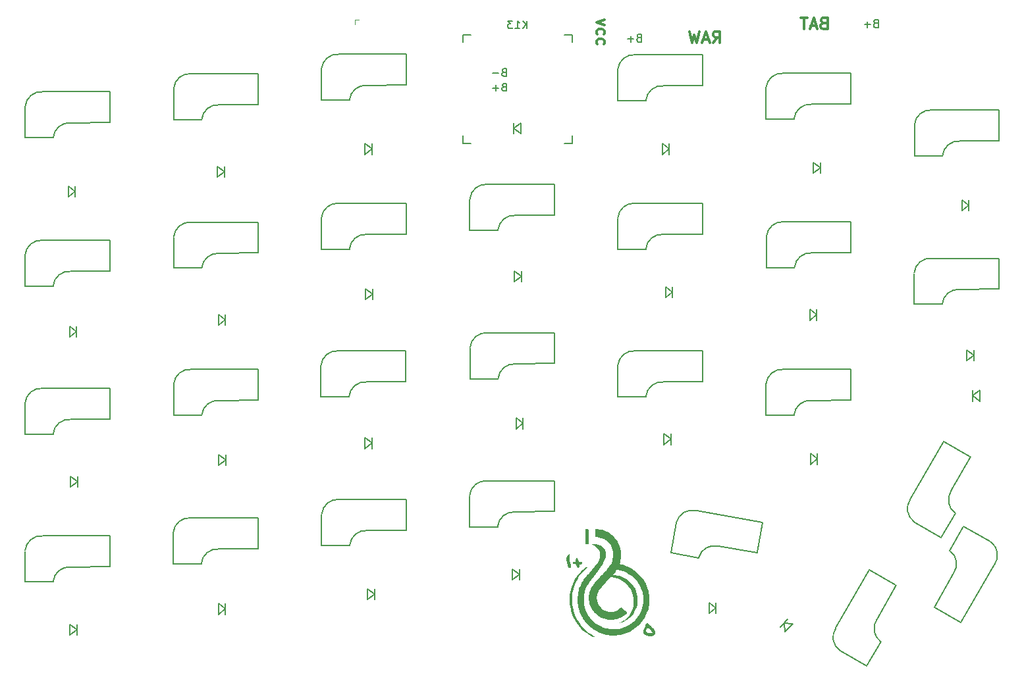
<source format=gbr>
%TF.GenerationSoftware,KiCad,Pcbnew,7.0.1*%
%TF.CreationDate,2023-04-29T17:31:46+07:00*%
%TF.ProjectId,ErgoTravel,4572676f-5472-4617-9665-6c2e6b696361,rev?*%
%TF.SameCoordinates,Original*%
%TF.FileFunction,Legend,Bot*%
%TF.FilePolarity,Positive*%
%FSLAX46Y46*%
G04 Gerber Fmt 4.6, Leading zero omitted, Abs format (unit mm)*
G04 Created by KiCad (PCBNEW 7.0.1) date 2023-04-29 17:31:46*
%MOMM*%
%LPD*%
G01*
G04 APERTURE LIST*
%ADD10C,0.300000*%
%ADD11C,0.150000*%
%ADD12C,0.120000*%
G04 APERTURE END LIST*
D10*
X152821571Y-47839285D02*
X151821571Y-48196428D01*
X151821571Y-48196428D02*
X152821571Y-48553571D01*
X151893000Y-49767857D02*
X151821571Y-49624999D01*
X151821571Y-49624999D02*
X151821571Y-49339285D01*
X151821571Y-49339285D02*
X151893000Y-49196428D01*
X151893000Y-49196428D02*
X151964428Y-49124999D01*
X151964428Y-49124999D02*
X152107285Y-49053571D01*
X152107285Y-49053571D02*
X152535857Y-49053571D01*
X152535857Y-49053571D02*
X152678714Y-49124999D01*
X152678714Y-49124999D02*
X152750142Y-49196428D01*
X152750142Y-49196428D02*
X152821571Y-49339285D01*
X152821571Y-49339285D02*
X152821571Y-49624999D01*
X152821571Y-49624999D02*
X152750142Y-49767857D01*
X151893000Y-51053571D02*
X151821571Y-50910713D01*
X151821571Y-50910713D02*
X151821571Y-50624999D01*
X151821571Y-50624999D02*
X151893000Y-50482142D01*
X151893000Y-50482142D02*
X151964428Y-50410713D01*
X151964428Y-50410713D02*
X152107285Y-50339285D01*
X152107285Y-50339285D02*
X152535857Y-50339285D01*
X152535857Y-50339285D02*
X152678714Y-50410713D01*
X152678714Y-50410713D02*
X152750142Y-50482142D01*
X152750142Y-50482142D02*
X152821571Y-50624999D01*
X152821571Y-50624999D02*
X152821571Y-50910713D01*
X152821571Y-50910713D02*
X152750142Y-51053571D01*
X181006857Y-48306714D02*
X180792571Y-48378142D01*
X180792571Y-48378142D02*
X180721142Y-48449571D01*
X180721142Y-48449571D02*
X180649714Y-48592428D01*
X180649714Y-48592428D02*
X180649714Y-48806714D01*
X180649714Y-48806714D02*
X180721142Y-48949571D01*
X180721142Y-48949571D02*
X180792571Y-49021000D01*
X180792571Y-49021000D02*
X180935428Y-49092428D01*
X180935428Y-49092428D02*
X181506857Y-49092428D01*
X181506857Y-49092428D02*
X181506857Y-47592428D01*
X181506857Y-47592428D02*
X181006857Y-47592428D01*
X181006857Y-47592428D02*
X180864000Y-47663857D01*
X180864000Y-47663857D02*
X180792571Y-47735285D01*
X180792571Y-47735285D02*
X180721142Y-47878142D01*
X180721142Y-47878142D02*
X180721142Y-48021000D01*
X180721142Y-48021000D02*
X180792571Y-48163857D01*
X180792571Y-48163857D02*
X180864000Y-48235285D01*
X180864000Y-48235285D02*
X181006857Y-48306714D01*
X181006857Y-48306714D02*
X181506857Y-48306714D01*
X180078285Y-48663857D02*
X179364000Y-48663857D01*
X180221142Y-49092428D02*
X179721142Y-47592428D01*
X179721142Y-47592428D02*
X179221142Y-49092428D01*
X178935428Y-47592428D02*
X178078286Y-47592428D01*
X178506857Y-49092428D02*
X178506857Y-47592428D01*
X166806714Y-50870428D02*
X167306714Y-50156142D01*
X167663857Y-50870428D02*
X167663857Y-49370428D01*
X167663857Y-49370428D02*
X167092428Y-49370428D01*
X167092428Y-49370428D02*
X166949571Y-49441857D01*
X166949571Y-49441857D02*
X166878142Y-49513285D01*
X166878142Y-49513285D02*
X166806714Y-49656142D01*
X166806714Y-49656142D02*
X166806714Y-49870428D01*
X166806714Y-49870428D02*
X166878142Y-50013285D01*
X166878142Y-50013285D02*
X166949571Y-50084714D01*
X166949571Y-50084714D02*
X167092428Y-50156142D01*
X167092428Y-50156142D02*
X167663857Y-50156142D01*
X166235285Y-50441857D02*
X165521000Y-50441857D01*
X166378142Y-50870428D02*
X165878142Y-49370428D01*
X165878142Y-49370428D02*
X165378142Y-50870428D01*
X165021000Y-49370428D02*
X164663857Y-50870428D01*
X164663857Y-50870428D02*
X164378143Y-49799000D01*
X164378143Y-49799000D02*
X164092428Y-50870428D01*
X164092428Y-50870428D02*
X163735286Y-49370428D01*
D11*
%TO.C,K13*%
X142874457Y-49006871D02*
X142874457Y-48006871D01*
X142303029Y-49006871D02*
X142731600Y-48435442D01*
X142303029Y-48006871D02*
X142874457Y-48578299D01*
X141350648Y-49006871D02*
X141922076Y-49006871D01*
X141636362Y-49006871D02*
X141636362Y-48006871D01*
X141636362Y-48006871D02*
X141731600Y-48149728D01*
X141731600Y-48149728D02*
X141826838Y-48244966D01*
X141826838Y-48244966D02*
X141922076Y-48292585D01*
X141017314Y-48006871D02*
X140398267Y-48006871D01*
X140398267Y-48006871D02*
X140731600Y-48387823D01*
X140731600Y-48387823D02*
X140588743Y-48387823D01*
X140588743Y-48387823D02*
X140493505Y-48435442D01*
X140493505Y-48435442D02*
X140445886Y-48483061D01*
X140445886Y-48483061D02*
X140398267Y-48578299D01*
X140398267Y-48578299D02*
X140398267Y-48816394D01*
X140398267Y-48816394D02*
X140445886Y-48911632D01*
X140445886Y-48911632D02*
X140493505Y-48959252D01*
X140493505Y-48959252D02*
X140588743Y-49006871D01*
X140588743Y-49006871D02*
X140874457Y-49006871D01*
X140874457Y-49006871D02*
X140969695Y-48959252D01*
X140969695Y-48959252D02*
X141017314Y-48911632D01*
%TO.C,BATTCONN2*%
X187687618Y-48341809D02*
X187544761Y-48389428D01*
X187544761Y-48389428D02*
X187497142Y-48437047D01*
X187497142Y-48437047D02*
X187449523Y-48532285D01*
X187449523Y-48532285D02*
X187449523Y-48675142D01*
X187449523Y-48675142D02*
X187497142Y-48770380D01*
X187497142Y-48770380D02*
X187544761Y-48818000D01*
X187544761Y-48818000D02*
X187639999Y-48865619D01*
X187639999Y-48865619D02*
X188020951Y-48865619D01*
X188020951Y-48865619D02*
X188020951Y-47865619D01*
X188020951Y-47865619D02*
X187687618Y-47865619D01*
X187687618Y-47865619D02*
X187592380Y-47913238D01*
X187592380Y-47913238D02*
X187544761Y-47960857D01*
X187544761Y-47960857D02*
X187497142Y-48056095D01*
X187497142Y-48056095D02*
X187497142Y-48151333D01*
X187497142Y-48151333D02*
X187544761Y-48246571D01*
X187544761Y-48246571D02*
X187592380Y-48294190D01*
X187592380Y-48294190D02*
X187687618Y-48341809D01*
X187687618Y-48341809D02*
X188020951Y-48341809D01*
X187020951Y-48484666D02*
X186259047Y-48484666D01*
X186639999Y-48865619D02*
X186639999Y-48103714D01*
%TO.C,U2*%
X139907790Y-54634809D02*
X139764933Y-54682428D01*
X139764933Y-54682428D02*
X139717314Y-54730047D01*
X139717314Y-54730047D02*
X139669695Y-54825285D01*
X139669695Y-54825285D02*
X139669695Y-54968142D01*
X139669695Y-54968142D02*
X139717314Y-55063380D01*
X139717314Y-55063380D02*
X139764933Y-55111000D01*
X139764933Y-55111000D02*
X139860171Y-55158619D01*
X139860171Y-55158619D02*
X140241123Y-55158619D01*
X140241123Y-55158619D02*
X140241123Y-54158619D01*
X140241123Y-54158619D02*
X139907790Y-54158619D01*
X139907790Y-54158619D02*
X139812552Y-54206238D01*
X139812552Y-54206238D02*
X139764933Y-54253857D01*
X139764933Y-54253857D02*
X139717314Y-54349095D01*
X139717314Y-54349095D02*
X139717314Y-54444333D01*
X139717314Y-54444333D02*
X139764933Y-54539571D01*
X139764933Y-54539571D02*
X139812552Y-54587190D01*
X139812552Y-54587190D02*
X139907790Y-54634809D01*
X139907790Y-54634809D02*
X140241123Y-54634809D01*
X139241123Y-54777666D02*
X138479219Y-54777666D01*
X139907790Y-56534809D02*
X139764933Y-56582428D01*
X139764933Y-56582428D02*
X139717314Y-56630047D01*
X139717314Y-56630047D02*
X139669695Y-56725285D01*
X139669695Y-56725285D02*
X139669695Y-56868142D01*
X139669695Y-56868142D02*
X139717314Y-56963380D01*
X139717314Y-56963380D02*
X139764933Y-57011000D01*
X139764933Y-57011000D02*
X139860171Y-57058619D01*
X139860171Y-57058619D02*
X140241123Y-57058619D01*
X140241123Y-57058619D02*
X140241123Y-56058619D01*
X140241123Y-56058619D02*
X139907790Y-56058619D01*
X139907790Y-56058619D02*
X139812552Y-56106238D01*
X139812552Y-56106238D02*
X139764933Y-56153857D01*
X139764933Y-56153857D02*
X139717314Y-56249095D01*
X139717314Y-56249095D02*
X139717314Y-56344333D01*
X139717314Y-56344333D02*
X139764933Y-56439571D01*
X139764933Y-56439571D02*
X139812552Y-56487190D01*
X139812552Y-56487190D02*
X139907790Y-56534809D01*
X139907790Y-56534809D02*
X140241123Y-56534809D01*
X139241123Y-56677666D02*
X138479219Y-56677666D01*
X138860171Y-57058619D02*
X138860171Y-56296714D01*
%TO.C,BATTCONN1*%
X157233618Y-50198809D02*
X157090761Y-50246428D01*
X157090761Y-50246428D02*
X157043142Y-50294047D01*
X157043142Y-50294047D02*
X156995523Y-50389285D01*
X156995523Y-50389285D02*
X156995523Y-50532142D01*
X156995523Y-50532142D02*
X157043142Y-50627380D01*
X157043142Y-50627380D02*
X157090761Y-50675000D01*
X157090761Y-50675000D02*
X157185999Y-50722619D01*
X157185999Y-50722619D02*
X157566951Y-50722619D01*
X157566951Y-50722619D02*
X157566951Y-49722619D01*
X157566951Y-49722619D02*
X157233618Y-49722619D01*
X157233618Y-49722619D02*
X157138380Y-49770238D01*
X157138380Y-49770238D02*
X157090761Y-49817857D01*
X157090761Y-49817857D02*
X157043142Y-49913095D01*
X157043142Y-49913095D02*
X157043142Y-50008333D01*
X157043142Y-50008333D02*
X157090761Y-50103571D01*
X157090761Y-50103571D02*
X157138380Y-50151190D01*
X157138380Y-50151190D02*
X157233618Y-50198809D01*
X157233618Y-50198809D02*
X157566951Y-50198809D01*
X156566951Y-50341666D02*
X155805047Y-50341666D01*
X156185999Y-50722619D02*
X156185999Y-49960714D01*
%TO.C,G\u002A\u002A\u002A*%
G36*
X151865152Y-113432498D02*
G01*
X151944693Y-113433967D01*
X152257994Y-113465028D01*
X152574808Y-113535047D01*
X152890377Y-113642197D01*
X153199941Y-113784651D01*
X153498742Y-113960583D01*
X153782021Y-114168166D01*
X153911610Y-114280402D01*
X154126602Y-114496879D01*
X154326614Y-114735759D01*
X154502924Y-114986257D01*
X154646811Y-115237586D01*
X154697514Y-115344500D01*
X154813152Y-115648381D01*
X154899055Y-115972819D01*
X154953712Y-116309454D01*
X154975608Y-116649925D01*
X154963231Y-116985870D01*
X154961013Y-117009413D01*
X154940081Y-117184036D01*
X154911708Y-117362993D01*
X154878144Y-117534626D01*
X154841637Y-117687274D01*
X154804435Y-117809278D01*
X154789843Y-117854243D01*
X154784718Y-117892683D01*
X154797746Y-117908041D01*
X154814195Y-117912315D01*
X154866764Y-117924771D01*
X154943821Y-117942406D01*
X155035250Y-117962885D01*
X155177219Y-117997123D01*
X155569463Y-118120644D01*
X155953218Y-118283916D01*
X156325498Y-118485209D01*
X156683316Y-118722795D01*
X157023687Y-118994944D01*
X157343623Y-119299925D01*
X157439968Y-119402643D01*
X157708455Y-119722561D01*
X157938787Y-120054064D01*
X158133899Y-120402202D01*
X158296727Y-120772025D01*
X158430209Y-121168584D01*
X158475934Y-121341864D01*
X158530210Y-121601246D01*
X158572760Y-121872953D01*
X158602540Y-122146762D01*
X158618504Y-122412449D01*
X158619610Y-122659791D01*
X158604814Y-122878562D01*
X158581787Y-123073941D01*
X158560887Y-123236762D01*
X158540791Y-123372993D01*
X158519967Y-123490451D01*
X158496879Y-123596953D01*
X158469994Y-123700315D01*
X158437778Y-123808355D01*
X158398697Y-123928890D01*
X158365294Y-124025487D01*
X158202096Y-124419529D01*
X158000373Y-124801890D01*
X157762880Y-125167757D01*
X157492374Y-125512316D01*
X157474681Y-125532761D01*
X157170308Y-125853450D01*
X156847114Y-126136919D01*
X156504126Y-126383671D01*
X156140371Y-126594211D01*
X155754877Y-126769042D01*
X155346670Y-126908670D01*
X154914778Y-127013596D01*
X154458228Y-127084327D01*
X154387191Y-127089746D01*
X154281903Y-127093907D01*
X154154088Y-127096419D01*
X154013798Y-127097087D01*
X153871084Y-127095717D01*
X153594126Y-127085002D01*
X153327914Y-127060073D01*
X153076081Y-127018977D01*
X152825123Y-126959484D01*
X152561535Y-126879362D01*
X152235143Y-126755388D01*
X151863178Y-126576071D01*
X151503275Y-126362306D01*
X151160186Y-126117826D01*
X150838667Y-125846367D01*
X150543470Y-125551661D01*
X150279349Y-125237444D01*
X150051058Y-124907448D01*
X150011794Y-124842662D01*
X149859044Y-124560342D01*
X149723188Y-124260184D01*
X149608403Y-123953088D01*
X149518864Y-123649950D01*
X149458748Y-123361669D01*
X149446652Y-123285056D01*
X149430660Y-123183090D01*
X149415236Y-123084167D01*
X149410429Y-123041710D01*
X149404912Y-122950658D01*
X149401197Y-122832024D01*
X149399193Y-122692799D01*
X149398808Y-122539973D01*
X149399950Y-122380537D01*
X149402526Y-122221481D01*
X149406446Y-122069797D01*
X149411618Y-121932475D01*
X149417950Y-121816504D01*
X149425349Y-121728877D01*
X149433724Y-121676584D01*
X149438421Y-121658833D01*
X149455943Y-121587874D01*
X149477407Y-121496363D01*
X149499202Y-121399577D01*
X149505827Y-121370371D01*
X149568167Y-121144695D01*
X149652338Y-120901483D01*
X149753205Y-120652674D01*
X149865633Y-120410206D01*
X149984485Y-120186019D01*
X150104627Y-119992051D01*
X150131756Y-119952771D01*
X150249317Y-119791628D01*
X150383581Y-119619043D01*
X150523473Y-119448962D01*
X150657917Y-119295334D01*
X150699515Y-119248738D01*
X150770240Y-119167790D01*
X150859452Y-119064465D01*
X150963314Y-118943308D01*
X151077988Y-118808859D01*
X151199637Y-118665661D01*
X151324422Y-118518256D01*
X151448508Y-118371186D01*
X151568055Y-118228994D01*
X151679226Y-118096221D01*
X151778184Y-117977409D01*
X151861091Y-117877102D01*
X151924110Y-117799840D01*
X151963402Y-117750167D01*
X151971261Y-117739737D01*
X152085390Y-117562916D01*
X152178932Y-117370037D01*
X152243283Y-117178667D01*
X152246095Y-117166869D01*
X152261554Y-117060825D01*
X152268594Y-116927972D01*
X152267591Y-116781132D01*
X152258920Y-116633128D01*
X152242956Y-116496782D01*
X152220073Y-116384917D01*
X152166000Y-116224615D01*
X152059201Y-116014331D01*
X151919965Y-115830286D01*
X151750106Y-115674370D01*
X151551443Y-115548474D01*
X151325792Y-115454489D01*
X151293651Y-115443130D01*
X151235076Y-115413535D01*
X151214667Y-115385455D01*
X151214776Y-115383045D01*
X151220887Y-115371669D01*
X151240508Y-115364021D01*
X151279395Y-115359749D01*
X151343304Y-115358498D01*
X151437990Y-115359914D01*
X151569209Y-115363643D01*
X151703672Y-115369564D01*
X151875711Y-115384713D01*
X152021604Y-115409453D01*
X152150811Y-115446074D01*
X152272791Y-115496868D01*
X152397006Y-115564126D01*
X152505924Y-115637869D01*
X152666021Y-115783247D01*
X152803017Y-115954844D01*
X152910504Y-116144132D01*
X152982073Y-116342584D01*
X152983169Y-116346932D01*
X153001946Y-116456359D01*
X153012777Y-116591476D01*
X153015371Y-116737063D01*
X153009434Y-116877903D01*
X152994675Y-116998778D01*
X152991903Y-117013430D01*
X152946572Y-117185712D01*
X152876229Y-117376812D01*
X152785434Y-117576612D01*
X152678745Y-117774992D01*
X152560722Y-117961834D01*
X152503613Y-118046132D01*
X152424524Y-118165375D01*
X152343002Y-118290438D01*
X152269780Y-118404975D01*
X152267327Y-118408860D01*
X152201679Y-118510423D01*
X152135239Y-118609258D01*
X152075633Y-118694235D01*
X152030487Y-118754225D01*
X151992210Y-118802154D01*
X151907263Y-118910854D01*
X151807717Y-119040421D01*
X151700109Y-119182177D01*
X151590981Y-119327440D01*
X151486871Y-119467531D01*
X151394320Y-119593769D01*
X151319866Y-119697474D01*
X151261620Y-119778646D01*
X151178271Y-119891618D01*
X151095978Y-120000172D01*
X151026180Y-120089057D01*
X150998105Y-120124181D01*
X150768129Y-120444897D01*
X150576109Y-120778720D01*
X150420241Y-121129650D01*
X150298721Y-121501688D01*
X150209744Y-121898834D01*
X150199362Y-121971420D01*
X150187556Y-122113918D01*
X150181251Y-122281315D01*
X150180301Y-122463175D01*
X150184558Y-122649060D01*
X150193874Y-122828534D01*
X150208102Y-122991160D01*
X150227095Y-123126500D01*
X150297918Y-123451201D01*
X150416612Y-123833020D01*
X150569807Y-124190860D01*
X150758260Y-124526037D01*
X150982730Y-124839865D01*
X151243974Y-125133659D01*
X151542750Y-125408734D01*
X151762229Y-125580012D01*
X152067952Y-125782381D01*
X152385865Y-125954741D01*
X152708834Y-126093321D01*
X153029723Y-126194351D01*
X153040356Y-126197041D01*
X153220761Y-126236863D01*
X153418315Y-126271267D01*
X153618677Y-126298300D01*
X153807507Y-126316010D01*
X153970465Y-126322443D01*
X153975105Y-126322442D01*
X154204398Y-126312696D01*
X154456839Y-126285409D01*
X154718491Y-126242839D01*
X154975415Y-126187248D01*
X155213674Y-126120894D01*
X155247633Y-126109946D01*
X155597622Y-125973112D01*
X155932928Y-125798285D01*
X156250797Y-125587931D01*
X156548474Y-125344517D01*
X156823206Y-125070509D01*
X157072237Y-124768373D01*
X157292813Y-124440576D01*
X157482181Y-124089584D01*
X157561773Y-123912216D01*
X157679452Y-123589313D01*
X157762836Y-123261313D01*
X157813019Y-122922002D01*
X157831099Y-122565164D01*
X157818171Y-122184584D01*
X157811221Y-122093198D01*
X157801421Y-121981660D01*
X157791791Y-121889327D01*
X157783154Y-121823879D01*
X157776328Y-121793000D01*
X157771706Y-121781756D01*
X157757908Y-121731239D01*
X157745509Y-121666000D01*
X157715982Y-121524819D01*
X157665007Y-121350045D01*
X157597667Y-121159140D01*
X157517881Y-120961767D01*
X157429567Y-120767584D01*
X157336646Y-120586254D01*
X157243036Y-120427437D01*
X157186708Y-120343765D01*
X157045196Y-120157037D01*
X156880888Y-119965072D01*
X156703423Y-119778267D01*
X156522442Y-119607018D01*
X156347584Y-119461722D01*
X156337647Y-119454148D01*
X155995415Y-119218466D01*
X155642679Y-119023612D01*
X155279690Y-118869691D01*
X154906697Y-118756810D01*
X154523951Y-118685075D01*
X154393651Y-118667885D01*
X154267181Y-118838734D01*
X154241023Y-118873451D01*
X154160212Y-118976023D01*
X154071232Y-119083949D01*
X153989056Y-119178917D01*
X153837401Y-119348250D01*
X154118826Y-119360226D01*
X154296076Y-119370405D01*
X154455995Y-119386950D01*
X154604557Y-119412155D01*
X154757561Y-119448728D01*
X154930807Y-119499377D01*
X154996600Y-119520729D01*
X155312214Y-119649013D01*
X155614831Y-119814291D01*
X155899973Y-120012766D01*
X156163160Y-120240645D01*
X156399913Y-120494131D01*
X156605753Y-120769432D01*
X156776200Y-121062750D01*
X156791142Y-121092923D01*
X156925802Y-121415035D01*
X157024262Y-121752369D01*
X157086111Y-122099511D01*
X157110938Y-122451053D01*
X157098336Y-122801581D01*
X157047892Y-123145684D01*
X156959197Y-123477953D01*
X156919852Y-123584502D01*
X156841659Y-123761579D01*
X156746600Y-123947653D01*
X156641653Y-124129348D01*
X156533797Y-124293288D01*
X156522263Y-124309358D01*
X156389498Y-124476906D01*
X156233603Y-124648024D01*
X156065120Y-124812367D01*
X155894593Y-124959592D01*
X155732568Y-125079353D01*
X155662551Y-125124410D01*
X155535787Y-125199903D01*
X155406753Y-125270269D01*
X155284720Y-125330771D01*
X155178962Y-125376671D01*
X155098750Y-125403230D01*
X155048222Y-125418922D01*
X155011033Y-125437317D01*
X154996037Y-125444645D01*
X154945592Y-125458205D01*
X154878742Y-125469097D01*
X154838390Y-125474999D01*
X154789676Y-125486370D01*
X154770667Y-125497346D01*
X154763630Y-125505573D01*
X154727862Y-125518203D01*
X154676541Y-125527276D01*
X154626392Y-125530222D01*
X154594141Y-125524471D01*
X154588359Y-125513337D01*
X154609482Y-125497258D01*
X154654368Y-125483911D01*
X154712459Y-125477488D01*
X154752374Y-125470672D01*
X154770667Y-125454834D01*
X154773100Y-125446277D01*
X154799002Y-125433667D01*
X154814311Y-125430885D01*
X154867672Y-125411022D01*
X154945711Y-125375416D01*
X155040751Y-125328067D01*
X155145117Y-125272971D01*
X155251135Y-125214125D01*
X155351126Y-125155528D01*
X155437417Y-125101178D01*
X155447570Y-125094402D01*
X155586877Y-124989555D01*
X155724025Y-124862609D01*
X155864782Y-124707754D01*
X156014913Y-124519178D01*
X156157586Y-124311320D01*
X156318442Y-124013239D01*
X156442609Y-123697122D01*
X156529609Y-123365536D01*
X156578963Y-123021047D01*
X156590194Y-122666220D01*
X156562822Y-122303622D01*
X156496371Y-121935819D01*
X156406664Y-121635541D01*
X156275069Y-121332048D01*
X156107269Y-121040754D01*
X155906232Y-120765292D01*
X155674924Y-120509295D01*
X155416314Y-120276396D01*
X155133368Y-120070228D01*
X154829055Y-119894426D01*
X154770261Y-119865440D01*
X154449772Y-119735050D01*
X154109439Y-119640704D01*
X153752813Y-119583429D01*
X153634543Y-119570938D01*
X152969647Y-120304670D01*
X152856397Y-120429874D01*
X152722346Y-120578675D01*
X152596855Y-120718615D01*
X152483247Y-120845953D01*
X152384847Y-120956950D01*
X152304979Y-121047868D01*
X152246968Y-121114967D01*
X152214138Y-121154507D01*
X152197634Y-121176328D01*
X152114716Y-121303980D01*
X152034190Y-121454482D01*
X151963882Y-121612137D01*
X151911616Y-121761250D01*
X151897399Y-121818441D01*
X151875328Y-121951561D01*
X151860381Y-122104920D01*
X151853374Y-122264317D01*
X151855128Y-122415550D01*
X151866461Y-122544417D01*
X151885378Y-122647794D01*
X151957595Y-122885105D01*
X152067210Y-123117122D01*
X152210906Y-123337482D01*
X152385366Y-123539823D01*
X152481447Y-123631118D01*
X152696666Y-123795993D01*
X152928092Y-123921941D01*
X153176928Y-124009552D01*
X153444376Y-124059416D01*
X153631944Y-124071981D01*
X153903875Y-124057456D01*
X154162525Y-124002750D01*
X154407661Y-123907939D01*
X154639050Y-123773100D01*
X154856463Y-123598308D01*
X154869343Y-123586495D01*
X154927929Y-123535599D01*
X154974181Y-123499837D01*
X154999028Y-123486334D01*
X155005444Y-123489145D01*
X155039656Y-123514125D01*
X155096832Y-123560923D01*
X155171488Y-123624616D01*
X155258139Y-123700279D01*
X155351303Y-123782989D01*
X155445493Y-123867822D01*
X155535227Y-123949855D01*
X155615021Y-124024164D01*
X155679390Y-124085825D01*
X155722849Y-124129915D01*
X155739916Y-124151509D01*
X155739747Y-124156118D01*
X155720132Y-124188892D01*
X155674845Y-124240725D01*
X155609945Y-124305939D01*
X155531488Y-124378854D01*
X155445533Y-124453791D01*
X155358136Y-124525073D01*
X155275357Y-124587019D01*
X155073450Y-124715503D01*
X154787307Y-124858566D01*
X154485005Y-124969896D01*
X154177173Y-125045058D01*
X154041638Y-125064135D01*
X153849841Y-125078378D01*
X153644351Y-125082374D01*
X153438893Y-125076259D01*
X153247192Y-125060169D01*
X153082971Y-125034239D01*
X152756857Y-124945953D01*
X152443170Y-124819270D01*
X152149227Y-124655378D01*
X151874043Y-124453727D01*
X151616631Y-124213765D01*
X151505983Y-124093837D01*
X151364628Y-123920576D01*
X151243309Y-123742178D01*
X151131429Y-123544015D01*
X151070582Y-123421835D01*
X150976421Y-123200361D01*
X150907962Y-122983153D01*
X150862682Y-122759306D01*
X150838058Y-122517918D01*
X150831566Y-122248084D01*
X150833585Y-122095887D01*
X150839151Y-121951314D01*
X150849433Y-121828139D01*
X150865732Y-121715213D01*
X150889346Y-121601384D01*
X150921574Y-121475500D01*
X150942821Y-121403475D01*
X151020997Y-121191369D01*
X151121400Y-120973569D01*
X151236378Y-120765707D01*
X151358279Y-120583416D01*
X151370181Y-120568182D01*
X151416895Y-120512315D01*
X151487568Y-120430774D01*
X151578808Y-120327291D01*
X151687226Y-120205600D01*
X151809431Y-120069433D01*
X151942033Y-119922525D01*
X152081642Y-119768607D01*
X152224866Y-119611413D01*
X152368317Y-119454676D01*
X152508602Y-119302129D01*
X152642332Y-119157505D01*
X152766116Y-119024537D01*
X152876565Y-118906957D01*
X152970287Y-118808500D01*
X152977998Y-118800400D01*
X153056511Y-118711566D01*
X153136772Y-118611572D01*
X153202540Y-118520552D01*
X153282456Y-118404359D01*
X153396085Y-118254318D01*
X153525823Y-118101102D01*
X153620223Y-117978458D01*
X153730355Y-117784976D01*
X153820170Y-117564734D01*
X153888573Y-117324248D01*
X153934469Y-117070036D01*
X153956763Y-116808613D01*
X153954360Y-116546497D01*
X153926166Y-116290204D01*
X153871084Y-116046250D01*
X153868643Y-116037958D01*
X153771843Y-115773849D01*
X153642827Y-115529977D01*
X153478292Y-115301000D01*
X153274936Y-115081572D01*
X153225039Y-115034580D01*
X152980066Y-114837112D01*
X152717709Y-114678213D01*
X152437643Y-114557736D01*
X152139538Y-114475536D01*
X151823068Y-114431465D01*
X151627417Y-114416417D01*
X151621735Y-113924292D01*
X151616054Y-113432167D01*
X151865152Y-113432498D01*
G37*
G36*
X159351848Y-126750235D02*
G01*
X159350893Y-126819198D01*
X159342930Y-126878558D01*
X159323928Y-126926857D01*
X159289750Y-126980138D01*
X159283153Y-126989396D01*
X159216485Y-127069932D01*
X159146554Y-127123871D01*
X159060392Y-127158821D01*
X158945032Y-127182389D01*
X158866687Y-127194253D01*
X158795349Y-127203743D01*
X158741502Y-127207110D01*
X158691547Y-127204253D01*
X158631885Y-127195074D01*
X158548917Y-127179470D01*
X158547475Y-127179195D01*
X158388189Y-127141058D01*
X158232214Y-127089643D01*
X158089275Y-127029068D01*
X157969098Y-126963448D01*
X157881408Y-126896902D01*
X157836258Y-126841279D01*
X157806607Y-126762509D01*
X157798192Y-126657433D01*
X157798326Y-126647493D01*
X157804821Y-126570858D01*
X157817413Y-126513283D01*
X158140884Y-126513283D01*
X158145285Y-126570231D01*
X158178839Y-126616912D01*
X158243482Y-126660911D01*
X158341151Y-126709812D01*
X158376705Y-126726207D01*
X158456182Y-126758809D01*
X158528629Y-126779426D01*
X158610500Y-126792018D01*
X158718250Y-126800543D01*
X158797687Y-126804237D01*
X158902692Y-126801521D01*
X158969384Y-126784586D01*
X158999673Y-126750235D01*
X158995468Y-126695267D01*
X158958678Y-126616485D01*
X158891211Y-126510689D01*
X158825053Y-126424489D01*
X158745944Y-126338471D01*
X158662319Y-126260464D01*
X158581673Y-126196919D01*
X158511503Y-126154286D01*
X158459307Y-126139017D01*
X158413475Y-126135894D01*
X158367361Y-126124550D01*
X158366045Y-126123992D01*
X158345393Y-126126432D01*
X158319327Y-126152220D01*
X158283876Y-126206450D01*
X158235069Y-126294212D01*
X158211800Y-126338244D01*
X158163701Y-126438482D01*
X158140884Y-126513283D01*
X157817413Y-126513283D01*
X157822782Y-126488734D01*
X157854750Y-126393395D01*
X157903264Y-126277114D01*
X157970864Y-126132167D01*
X158015723Y-126038428D01*
X158052278Y-125959263D01*
X158073991Y-125906569D01*
X158083028Y-125874201D01*
X158081557Y-125856008D01*
X158071743Y-125845846D01*
X158051249Y-125819397D01*
X158055060Y-125768109D01*
X158090336Y-125701436D01*
X158155234Y-125624274D01*
X158229597Y-125557569D01*
X158295105Y-125522779D01*
X158350753Y-125524175D01*
X158400750Y-125560667D01*
X158432793Y-125588525D01*
X158466539Y-125603000D01*
X158466969Y-125603012D01*
X158496048Y-125617266D01*
X158544782Y-125653311D01*
X158602860Y-125703542D01*
X158662026Y-125756168D01*
X158716396Y-125800851D01*
X158752168Y-125826075D01*
X158761614Y-125831831D01*
X158811116Y-125870632D01*
X158877822Y-125931073D01*
X158953529Y-126004970D01*
X159030034Y-126084139D01*
X159099134Y-126160398D01*
X159152625Y-126225563D01*
X159195226Y-126284790D01*
X159283230Y-126437715D01*
X159334613Y-126586766D01*
X159352007Y-126738716D01*
X159351848Y-126750235D01*
G37*
G36*
X150350865Y-118607493D02*
G01*
X150350575Y-118607772D01*
X150119218Y-118839672D01*
X149918072Y-119062431D01*
X149739235Y-119285314D01*
X149574809Y-119517584D01*
X149335810Y-119912498D01*
X149125769Y-120338702D01*
X148952761Y-120782549D01*
X148818227Y-121240329D01*
X148723608Y-121708334D01*
X148716231Y-121760991D01*
X148701228Y-121916328D01*
X148690792Y-122099754D01*
X148684922Y-122301308D01*
X148683613Y-122511028D01*
X148686865Y-122718952D01*
X148694675Y-122915119D01*
X148707041Y-123089566D01*
X148723959Y-123232334D01*
X148745997Y-123365861D01*
X148840296Y-123811036D01*
X148963607Y-124230409D01*
X149118076Y-124629734D01*
X149305850Y-125014771D01*
X149529076Y-125391274D01*
X149664717Y-125589420D01*
X149915204Y-125907749D01*
X150194317Y-126211588D01*
X150495976Y-126495375D01*
X150814096Y-126753549D01*
X151142597Y-126980550D01*
X151475396Y-127170817D01*
X151524876Y-127196639D01*
X151593946Y-127234893D01*
X151641405Y-127264109D01*
X151659071Y-127279448D01*
X151643168Y-127287409D01*
X151595395Y-127295771D01*
X151526875Y-127301828D01*
X151464018Y-127305868D01*
X151412620Y-127310207D01*
X151391877Y-127313422D01*
X151370428Y-127309736D01*
X151318386Y-127287664D01*
X151241768Y-127250125D01*
X151146573Y-127200062D01*
X151038804Y-127140414D01*
X150930884Y-127077673D01*
X150535074Y-126817499D01*
X150168163Y-126527191D01*
X149831283Y-126208391D01*
X149525562Y-125862742D01*
X149252132Y-125491886D01*
X149012121Y-125097466D01*
X148806659Y-124681125D01*
X148636877Y-124244505D01*
X148503904Y-123789249D01*
X148408871Y-123317000D01*
X148392322Y-123186128D01*
X148377869Y-123010483D01*
X148367746Y-122813478D01*
X148362112Y-122605672D01*
X148361121Y-122397628D01*
X148364931Y-122199905D01*
X148373696Y-122023064D01*
X148387575Y-121877667D01*
X148424586Y-121635956D01*
X148526182Y-121174284D01*
X148665855Y-120726104D01*
X148842354Y-120294300D01*
X149054427Y-119881757D01*
X149300824Y-119491362D01*
X149580295Y-119126000D01*
X149627731Y-119071142D01*
X149710392Y-118980102D01*
X149805329Y-118879404D01*
X149906707Y-118774891D01*
X150008690Y-118672404D01*
X150105443Y-118577787D01*
X150191129Y-118496879D01*
X150259914Y-118435524D01*
X150305961Y-118399563D01*
X150344324Y-118382406D01*
X150415531Y-118363191D01*
X150496461Y-118350368D01*
X150632584Y-118336585D01*
X150350865Y-118607493D01*
G37*
G36*
X149245644Y-117122193D02*
G01*
X149292450Y-117138561D01*
X149341557Y-117165220D01*
X149379157Y-117196476D01*
X149394399Y-117220050D01*
X149421745Y-117277566D01*
X149448555Y-117348000D01*
X149466262Y-117397988D01*
X149489655Y-117456719D01*
X149506283Y-117489859D01*
X149514248Y-117509778D01*
X149512185Y-117555147D01*
X149512095Y-117555432D01*
X149510043Y-117573767D01*
X149522148Y-117587020D01*
X149555413Y-117597386D01*
X149616841Y-117607060D01*
X149713437Y-117618240D01*
X149827221Y-117633723D01*
X149910970Y-117654003D01*
X149959090Y-117680025D01*
X149975019Y-117713709D01*
X149962193Y-117756970D01*
X149952118Y-117782302D01*
X149952978Y-117807866D01*
X149953747Y-117808894D01*
X149950272Y-117835537D01*
X149929319Y-117879533D01*
X149885961Y-117929535D01*
X149813660Y-117963532D01*
X149733000Y-117960281D01*
X149716862Y-117955609D01*
X149663612Y-117942732D01*
X149631984Y-117946065D01*
X149617355Y-117972110D01*
X149615101Y-118027369D01*
X149620600Y-118118343D01*
X149633139Y-118296019D01*
X149571945Y-118329162D01*
X149537053Y-118345909D01*
X149451480Y-118364652D01*
X149378090Y-118344293D01*
X149316239Y-118284297D01*
X149265279Y-118184135D01*
X149224566Y-118043273D01*
X149212780Y-117996589D01*
X149189449Y-117944506D01*
X149152319Y-117914812D01*
X149091948Y-117901442D01*
X148998894Y-117898334D01*
X148984355Y-117897957D01*
X148910517Y-117890059D01*
X148834146Y-117875142D01*
X148827850Y-117873511D01*
X148757896Y-117844662D01*
X148728665Y-117805397D01*
X148739841Y-117754354D01*
X148791105Y-117690173D01*
X148799244Y-117682155D01*
X148850624Y-117640525D01*
X148906616Y-117617425D01*
X148986058Y-117604582D01*
X149108584Y-117591417D01*
X149108991Y-117443250D01*
X149109093Y-117428139D01*
X149114049Y-117339878D01*
X149128763Y-117275968D01*
X149156532Y-117221000D01*
X149166669Y-117204853D01*
X149195528Y-117156233D01*
X149210436Y-117126859D01*
X149214945Y-117121815D01*
X149245644Y-117122193D01*
G37*
G36*
X148325173Y-116638931D02*
G01*
X148357355Y-116683972D01*
X148376328Y-116758442D01*
X148381356Y-116855898D01*
X148371702Y-116969898D01*
X148346632Y-117094000D01*
X148335642Y-117140022D01*
X148324172Y-117212598D01*
X148322531Y-117285536D01*
X148331803Y-117366661D01*
X148353077Y-117463797D01*
X148387439Y-117584770D01*
X148435975Y-117737405D01*
X148468623Y-117841127D01*
X148509809Y-117994139D01*
X148531842Y-118117559D01*
X148535130Y-118216347D01*
X148520080Y-118295468D01*
X148487099Y-118359882D01*
X148485887Y-118361580D01*
X148450341Y-118403208D01*
X148412711Y-118418954D01*
X148353361Y-118417240D01*
X148296298Y-118405093D01*
X148218177Y-118362531D01*
X148165084Y-118298638D01*
X148145500Y-118221406D01*
X148137459Y-118156620D01*
X148116397Y-118093074D01*
X148115514Y-118091320D01*
X148088454Y-118024674D01*
X148057306Y-117928801D01*
X148025280Y-117815708D01*
X147995584Y-117697400D01*
X147971429Y-117585883D01*
X147956025Y-117493165D01*
X147953336Y-117467879D01*
X147948827Y-117370384D01*
X147950257Y-117258860D01*
X147956810Y-117144570D01*
X147967673Y-117038780D01*
X147982031Y-116952753D01*
X147999069Y-116897754D01*
X148003364Y-116890153D01*
X148037850Y-116845383D01*
X148090198Y-116789793D01*
X148151169Y-116731838D01*
X148211524Y-116679972D01*
X148262026Y-116642652D01*
X148293436Y-116628334D01*
X148325173Y-116638931D01*
G37*
G36*
X150691043Y-113410307D02*
G01*
X150721602Y-113418298D01*
X150745327Y-113436360D01*
X150763069Y-113468076D01*
X150775681Y-113517030D01*
X150784014Y-113586806D01*
X150788922Y-113680988D01*
X150791255Y-113803159D01*
X150791867Y-113956904D01*
X150791609Y-114145807D01*
X150791334Y-114373450D01*
X150791173Y-114493040D01*
X150790245Y-114681295D01*
X150788573Y-114854941D01*
X150786247Y-115009358D01*
X150783359Y-115139926D01*
X150780000Y-115242023D01*
X150776260Y-115311028D01*
X150772231Y-115342322D01*
X150770545Y-115346739D01*
X150759898Y-115368796D01*
X150743067Y-115380957D01*
X150711091Y-115384432D01*
X150655008Y-115380430D01*
X150565856Y-115370158D01*
X150378584Y-115347750D01*
X150373070Y-114408270D01*
X150372328Y-114261852D01*
X150371808Y-114038099D01*
X150372308Y-113853330D01*
X150373869Y-113705419D01*
X150376532Y-113592245D01*
X150380337Y-113511682D01*
X150385325Y-113461606D01*
X150391537Y-113439895D01*
X150404978Y-113429980D01*
X150463363Y-113415730D01*
X150562484Y-113411000D01*
X150606011Y-113410200D01*
X150652796Y-113408802D01*
X150691043Y-113410307D01*
G37*
G36*
X154405139Y-125567165D02*
G01*
X154408779Y-125568213D01*
X154411912Y-125574655D01*
X154379084Y-125577707D01*
X154374071Y-125577736D01*
X154340936Y-125574898D01*
X154341639Y-125567950D01*
X154359032Y-125564066D01*
X154405139Y-125567165D01*
G37*
%TO.C,K13*%
X134660172Y-49799252D02*
X135660172Y-49799252D01*
X134660172Y-50799252D02*
X134660172Y-49799252D01*
X134660172Y-63799252D02*
X134660172Y-62799252D01*
X135660172Y-63799252D02*
X134660172Y-63799252D01*
X147660172Y-49799252D02*
X148660172Y-49799252D01*
X148660172Y-49799252D02*
X148660172Y-50799252D01*
X148660172Y-62799252D02*
X148660172Y-63799252D01*
X148660172Y-63799252D02*
X147660172Y-63799252D01*
%TO.C,SW23*%
X154533524Y-92435092D02*
X154533524Y-96380092D01*
X154533524Y-96389092D02*
X158143524Y-96389092D01*
X165433524Y-90481092D02*
X156808524Y-90481092D01*
X165433524Y-94389092D02*
X165433524Y-90481092D01*
X165433524Y-94435092D02*
X160383524Y-94481092D01*
X156808524Y-90481093D02*
G75*
G03*
X154544525Y-92365092I-190000J-2073999D01*
G01*
X160408524Y-94485093D02*
G75*
G03*
X158148525Y-96365091I-190001J-2069997D01*
G01*
%TO.C,SW6*%
X78324884Y-78205510D02*
X78324884Y-82150510D01*
X78324884Y-82159510D02*
X81934884Y-82159510D01*
X89224884Y-76251510D02*
X80599884Y-76251510D01*
X89224884Y-80159510D02*
X89224884Y-76251510D01*
X89224884Y-80205510D02*
X84174884Y-80251510D01*
X80599884Y-76251511D02*
G75*
G03*
X78335885Y-78135510I-190000J-2073999D01*
G01*
X84199884Y-80255511D02*
G75*
G03*
X81939885Y-82135509I-190001J-2069997D01*
G01*
%TO.C,D21*%
X180127001Y-86552000D02*
X180127001Y-85152000D01*
X180127001Y-85852000D02*
X179227001Y-86552000D01*
X179227001Y-86552000D02*
X179227001Y-85152000D01*
X179227001Y-85152000D02*
X180127001Y-85852000D01*
%TO.C,D15*%
X141900001Y-119953000D02*
X141900001Y-118553000D01*
X141900001Y-119253000D02*
X141000001Y-119953000D01*
X141000001Y-119953000D02*
X141000001Y-118553000D01*
X141000001Y-118553000D02*
X141900001Y-119253000D01*
%TO.C,SW32*%
X192717785Y-112533154D02*
X196134255Y-114505654D01*
X196142049Y-114510154D02*
X197947049Y-111383802D01*
X196475571Y-102116477D02*
X192163071Y-109585946D01*
X199859998Y-104070477D02*
X196475571Y-102116477D01*
X199899836Y-104093477D02*
X197414673Y-108489905D01*
X192163071Y-109585946D02*
G75*
G03*
X192662663Y-112488628I1701137J-1201545D01*
G01*
X197430637Y-108470255D02*
G75*
G03*
X197928765Y-111367470I1697670J-1199544D01*
G01*
%TO.C,SW26*%
X173645222Y-75823990D02*
X173645222Y-79768990D01*
X173645222Y-79777990D02*
X177255222Y-79777990D01*
X184545222Y-73869990D02*
X175920222Y-73869990D01*
X184545222Y-77777990D02*
X184545222Y-73869990D01*
X184545222Y-77823990D02*
X179495222Y-77869990D01*
X175920222Y-73869991D02*
G75*
G03*
X173656223Y-75753990I-190000J-2073999D01*
G01*
X179520222Y-77873991D02*
G75*
G03*
X177260223Y-79753989I-190001J-2069997D01*
G01*
%TO.C,SW12*%
X97377044Y-113928310D02*
X97377044Y-117873310D01*
X97377044Y-117882310D02*
X100987044Y-117882310D01*
X108277044Y-111974310D02*
X99652044Y-111974310D01*
X108277044Y-115882310D02*
X108277044Y-111974310D01*
X108277044Y-115928310D02*
X103227044Y-115974310D01*
X99652044Y-111974311D02*
G75*
G03*
X97388045Y-113858310I-190000J-2073999D01*
G01*
X103252044Y-115978311D02*
G75*
G03*
X100992045Y-117858309I-190001J-2069997D01*
G01*
%TO.C,SW31*%
X192637844Y-80527492D02*
X192637844Y-84472492D01*
X192637844Y-84481492D02*
X196247844Y-84481492D01*
X203537844Y-78573492D02*
X194912844Y-78573492D01*
X203537844Y-82481492D02*
X203537844Y-78573492D01*
X203537844Y-82527492D02*
X198487844Y-82573492D01*
X194912844Y-78573493D02*
G75*
G03*
X192648845Y-80457492I-190000J-2073999D01*
G01*
X198512844Y-82577493D02*
G75*
G03*
X196252845Y-84457491I-190001J-2069997D01*
G01*
%TO.C,SW15*%
X116369666Y-92435092D02*
X116369666Y-96380092D01*
X116369666Y-96389092D02*
X119979666Y-96389092D01*
X127269666Y-90481092D02*
X118644666Y-90481092D01*
X127269666Y-94389092D02*
X127269666Y-90481092D01*
X127269666Y-94435092D02*
X122219666Y-94481092D01*
X118644666Y-90481093D02*
G75*
G03*
X116380667Y-92365092I-190000J-2073999D01*
G01*
X122244666Y-94485093D02*
G75*
G03*
X119984667Y-96365091I-190001J-2069997D01*
G01*
%TO.C,D27*%
X199685001Y-72455000D02*
X199685001Y-71055000D01*
X199685001Y-71755000D02*
X198785001Y-72455000D01*
X198785001Y-72455000D02*
X198785001Y-71055000D01*
X198785001Y-71055000D02*
X199685001Y-71755000D01*
%TO.C,D2*%
X84955000Y-88711000D02*
X84955000Y-87311000D01*
X84955000Y-88011000D02*
X84055000Y-88711000D01*
X84055000Y-88711000D02*
X84055000Y-87311000D01*
X84055000Y-87311000D02*
X84955000Y-88011000D01*
%TO.C,SW20*%
X135481364Y-109165270D02*
X135481364Y-113110270D01*
X135481364Y-113119270D02*
X139091364Y-113119270D01*
X146381364Y-107211270D02*
X137756364Y-107211270D01*
X146381364Y-111119270D02*
X146381364Y-107211270D01*
X146381364Y-111165270D02*
X141331364Y-111211270D01*
X137756364Y-107211271D02*
G75*
G03*
X135492365Y-109095270I-190000J-2073999D01*
G01*
X141356364Y-111215271D02*
G75*
G03*
X139096365Y-113095269I-190001J-2069997D01*
G01*
%TO.C,D9*%
X122928000Y-103062000D02*
X122928000Y-101662000D01*
X122928000Y-102362000D02*
X122028000Y-103062000D01*
X122028000Y-103062000D02*
X122028000Y-101662000D01*
X122028000Y-101662000D02*
X122928000Y-102362000D01*
%TO.C,SW27*%
X173585684Y-94816612D02*
X173585684Y-98761612D01*
X173585684Y-98770612D02*
X177195684Y-98770612D01*
X184485684Y-92862612D02*
X175860684Y-92862612D01*
X184485684Y-96770612D02*
X184485684Y-92862612D01*
X184485684Y-96816612D02*
X179435684Y-96862612D01*
X175860684Y-92862613D02*
G75*
G03*
X173596685Y-94746612I-190000J-2073999D01*
G01*
X179460684Y-96866613D02*
G75*
G03*
X177200685Y-98746611I-190001J-2069997D01*
G01*
D12*
%TO.C,D24*%
X121222800Y-47919200D02*
X120714800Y-47919200D01*
X120714800Y-47919200D02*
X120714800Y-48446800D01*
D11*
%TO.C,D14*%
X142359000Y-100522000D02*
X142359000Y-99122000D01*
X142359000Y-99822000D02*
X141459000Y-100522000D01*
X141459000Y-100522000D02*
X141459000Y-99122000D01*
X141459000Y-99122000D02*
X142359000Y-99822000D01*
%TO.C,D25*%
X200160000Y-95566000D02*
X200160000Y-96966000D01*
X200160000Y-96266000D02*
X201060000Y-95566000D01*
X201060000Y-95566000D02*
X201060000Y-96966000D01*
X201060000Y-96966000D02*
X200160000Y-96266000D01*
%TO.C,D7*%
X104082999Y-124398000D02*
X104082999Y-122998000D01*
X104082999Y-123698000D02*
X103182999Y-124398000D01*
X103182999Y-124398000D02*
X103182999Y-122998000D01*
X103182999Y-122998000D02*
X104082999Y-123698000D01*
%TO.C,SW9*%
X97436582Y-56771830D02*
X97436582Y-60716830D01*
X97436582Y-60725830D02*
X101046582Y-60725830D01*
X108336582Y-54817830D02*
X99711582Y-54817830D01*
X108336582Y-58725830D02*
X108336582Y-54817830D01*
X108336582Y-58771830D02*
X103286582Y-58817830D01*
X99711582Y-54817831D02*
G75*
G03*
X97447583Y-56701830I-190000J-2073999D01*
G01*
X103311582Y-58821831D02*
G75*
G03*
X101051583Y-60701829I-190001J-2069997D01*
G01*
%TO.C,SW7*%
X78324884Y-97257670D02*
X78324884Y-101202670D01*
X78324884Y-101211670D02*
X81934884Y-101211670D01*
X89224884Y-95303670D02*
X80599884Y-95303670D01*
X89224884Y-99211670D02*
X89224884Y-95303670D01*
X89224884Y-99257670D02*
X84174884Y-99303670D01*
X80599884Y-95303671D02*
G75*
G03*
X78335885Y-97187670I-190000J-2073999D01*
G01*
X84199884Y-99307671D02*
G75*
G03*
X81939885Y-101187669I-190001J-2069997D01*
G01*
%TO.C,SW25*%
X173585684Y-56712292D02*
X173585684Y-60657292D01*
X173585684Y-60666292D02*
X177195684Y-60666292D01*
X184485684Y-54758292D02*
X175860684Y-54758292D01*
X184485684Y-58666292D02*
X184485684Y-54758292D01*
X184485684Y-58712292D02*
X179435684Y-58758292D01*
X175860684Y-54758293D02*
G75*
G03*
X173596685Y-56642292I-190000J-2073999D01*
G01*
X179460684Y-58762293D02*
G75*
G03*
X177200685Y-60642291I-190001J-2069997D01*
G01*
%TO.C,SW11*%
X97436582Y-94816612D02*
X97436582Y-98761612D01*
X97436582Y-98770612D02*
X101046582Y-98770612D01*
X108336582Y-92862612D02*
X99711582Y-92862612D01*
X108336582Y-96770612D02*
X108336582Y-92862612D01*
X108336582Y-96816612D02*
X103286582Y-96862612D01*
X99711582Y-92862613D02*
G75*
G03*
X97447583Y-94746612I-190000J-2073999D01*
G01*
X103311582Y-96866613D02*
G75*
G03*
X101051583Y-98746611I-190001J-2069997D01*
G01*
%TO.C,D19*%
X161155000Y-65216000D02*
X161155000Y-63816000D01*
X161155000Y-64516000D02*
X160255000Y-65216000D01*
X160255000Y-65216000D02*
X160255000Y-63816000D01*
X160255000Y-63816000D02*
X161155000Y-64516000D01*
%TO.C,D18*%
X161585001Y-83631000D02*
X161585001Y-82231000D01*
X161585001Y-82931000D02*
X160685001Y-83631000D01*
X160685001Y-83631000D02*
X160685001Y-82231000D01*
X160685001Y-82231000D02*
X161585001Y-82931000D01*
%TO.C,SW14*%
X116429204Y-73442470D02*
X116429204Y-77387470D01*
X116429204Y-77396470D02*
X120039204Y-77396470D01*
X127329204Y-71488470D02*
X118704204Y-71488470D01*
X127329204Y-75396470D02*
X127329204Y-71488470D01*
X127329204Y-75442470D02*
X122279204Y-75488470D01*
X118704204Y-71488471D02*
G75*
G03*
X116440205Y-73372470I-190000J-2073999D01*
G01*
X122304204Y-75492471D02*
G75*
G03*
X120044205Y-77372469I-190001J-2069997D01*
G01*
%TO.C,SW21*%
X154533524Y-54330772D02*
X154533524Y-58275772D01*
X154533524Y-58284772D02*
X158143524Y-58284772D01*
X165433524Y-52376772D02*
X156808524Y-52376772D01*
X165433524Y-56284772D02*
X165433524Y-52376772D01*
X165433524Y-56330772D02*
X160383524Y-56376772D01*
X156808524Y-52376773D02*
G75*
G03*
X154544525Y-54260772I-190000J-2073999D01*
G01*
X160408524Y-56380773D02*
G75*
G03*
X158148525Y-58260771I-190001J-2069997D01*
G01*
%TO.C,D23*%
X176417421Y-125008472D02*
X175427472Y-125998421D01*
X175922447Y-125503447D02*
X177053817Y-125644868D01*
X177053817Y-125644868D02*
X176063868Y-126634817D01*
X176063868Y-126634817D02*
X175922447Y-125503447D01*
%TO.C,SW24*%
X162077108Y-112585511D02*
X161392066Y-116470577D01*
X161390503Y-116479440D02*
X164945659Y-117106310D01*
X173150821Y-112553961D02*
X164656855Y-111056246D01*
X172472204Y-116402590D02*
X173150821Y-112553961D01*
X172464217Y-116447891D02*
X167482950Y-115616269D01*
X164656855Y-111056247D02*
G75*
G03*
X162100098Y-112518484I-547260J-2009497D01*
G01*
X167506875Y-115624550D02*
G75*
G03*
X164954752Y-117083542I-546566J-2005556D01*
G01*
%TO.C,D22*%
X180205000Y-105094000D02*
X180205000Y-103694000D01*
X180205000Y-104394000D02*
X179305000Y-105094000D01*
X179305000Y-105094000D02*
X179305000Y-103694000D01*
X179305000Y-103694000D02*
X180205000Y-104394000D01*
%TO.C,D3*%
X104082999Y-87187000D02*
X104082999Y-85787000D01*
X104082999Y-86487000D02*
X103182999Y-87187000D01*
X103182999Y-87187000D02*
X103182999Y-85787000D01*
X103182999Y-85787000D02*
X104082999Y-86487000D01*
%TO.C,D8*%
X123259999Y-122493000D02*
X123259999Y-121093000D01*
X123259999Y-121793000D02*
X122359999Y-122493000D01*
X122359999Y-122493000D02*
X122359999Y-121093000D01*
X122359999Y-121093000D02*
X123259999Y-121793000D01*
%TO.C,SW19*%
X135540902Y-90113110D02*
X135540902Y-94058110D01*
X135540902Y-94067110D02*
X139150902Y-94067110D01*
X146440902Y-88159110D02*
X137815902Y-88159110D01*
X146440902Y-92067110D02*
X146440902Y-88159110D01*
X146440902Y-92113110D02*
X141390902Y-92159110D01*
X137815902Y-88159111D02*
G75*
G03*
X135551903Y-90043110I-190000J-2073999D01*
G01*
X141415902Y-92163111D02*
G75*
G03*
X139155903Y-94043109I-190001J-2069997D01*
G01*
%TO.C,D29*%
X84778999Y-70677000D02*
X84778999Y-69277000D01*
X84778999Y-69977000D02*
X83878999Y-70677000D01*
X83878999Y-70677000D02*
X83878999Y-69277000D01*
X83878999Y-69277000D02*
X84778999Y-69977000D01*
%TO.C,D17*%
X161359999Y-102554000D02*
X161359999Y-101154000D01*
X161359999Y-101854000D02*
X160459999Y-102554000D01*
X160459999Y-102554000D02*
X160459999Y-101154000D01*
X160459999Y-101154000D02*
X161359999Y-101854000D01*
%TO.C,SW28*%
X183152301Y-129078315D02*
X186568771Y-131050815D01*
X186576565Y-131055315D02*
X188381565Y-127928963D01*
X186910087Y-118661638D02*
X182597587Y-126131107D01*
X190294514Y-120615638D02*
X186910087Y-118661638D01*
X190334352Y-120638638D02*
X187849189Y-125035066D01*
X182597587Y-126131107D02*
G75*
G03*
X183097179Y-129033789I1701137J-1201545D01*
G01*
X187865153Y-125015416D02*
G75*
G03*
X188363281Y-127912631I1697670J-1199544D01*
G01*
%TO.C,D10*%
X123005999Y-83885000D02*
X123005999Y-82485000D01*
X123005999Y-83185000D02*
X122105999Y-83885000D01*
X122105999Y-83885000D02*
X122105999Y-82485000D01*
X122105999Y-82485000D02*
X123005999Y-83185000D01*
%TO.C,D26*%
X200320001Y-91759000D02*
X200320001Y-90359000D01*
X200320001Y-91059000D02*
X199420001Y-91759000D01*
X199420001Y-91759000D02*
X199420001Y-90359000D01*
X199420001Y-90359000D02*
X200320001Y-91059000D01*
%TO.C,D12*%
X141183000Y-61149000D02*
X141183000Y-62549000D01*
X141183000Y-61849000D02*
X142083000Y-61149000D01*
X142083000Y-61149000D02*
X142083000Y-62549000D01*
X142083000Y-62549000D02*
X141183000Y-61849000D01*
%TO.C,D13*%
X142154001Y-81599000D02*
X142154001Y-80199000D01*
X142154001Y-80899000D02*
X141254001Y-81599000D01*
X141254001Y-81599000D02*
X141254001Y-80199000D01*
X141254001Y-80199000D02*
X142154001Y-80899000D01*
%TO.C,D4*%
X85082000Y-108015000D02*
X85082000Y-106615000D01*
X85082000Y-107315000D02*
X84182000Y-108015000D01*
X84182000Y-108015000D02*
X84182000Y-106615000D01*
X84182000Y-106615000D02*
X85082000Y-107315000D01*
%TO.C,SW8*%
X78324884Y-116250292D02*
X78324884Y-120195292D01*
X78324884Y-120204292D02*
X81934884Y-120204292D01*
X89224884Y-114296292D02*
X80599884Y-114296292D01*
X89224884Y-118204292D02*
X89224884Y-114296292D01*
X89224884Y-118250292D02*
X84174884Y-118296292D01*
X80599884Y-114296293D02*
G75*
G03*
X78335885Y-116180292I-190000J-2073999D01*
G01*
X84199884Y-118300293D02*
G75*
G03*
X81939885Y-120180291I-190001J-2069997D01*
G01*
%TO.C,SW13*%
X116429204Y-54271234D02*
X116429204Y-58216234D01*
X116429204Y-58225234D02*
X120039204Y-58225234D01*
X127329204Y-52317234D02*
X118704204Y-52317234D01*
X127329204Y-56225234D02*
X127329204Y-52317234D01*
X127329204Y-56271234D02*
X122279204Y-56317234D01*
X118704204Y-52317235D02*
G75*
G03*
X116440205Y-54201234I-190000J-2073999D01*
G01*
X122304204Y-56321235D02*
G75*
G03*
X120044205Y-58201233I-190001J-2069997D01*
G01*
%TO.C,SW30*%
X192677978Y-61442754D02*
X192677978Y-65387754D01*
X192677978Y-65396754D02*
X196287978Y-65396754D01*
X203577978Y-59488754D02*
X194952978Y-59488754D01*
X203577978Y-63396754D02*
X203577978Y-59488754D01*
X203577978Y-63442754D02*
X198527978Y-63488754D01*
X194952978Y-59488755D02*
G75*
G03*
X192688979Y-61372754I-190000J-2073999D01*
G01*
X198552978Y-63492755D02*
G75*
G03*
X196292979Y-65372753I-190001J-2069997D01*
G01*
%TO.C,SW5*%
X78344288Y-59093812D02*
X78344288Y-63038812D01*
X78344288Y-63047812D02*
X81954288Y-63047812D01*
X89244288Y-57139812D02*
X80619288Y-57139812D01*
X89244288Y-61047812D02*
X89244288Y-57139812D01*
X89244288Y-61093812D02*
X84194288Y-61139812D01*
X80619288Y-57139813D02*
G75*
G03*
X78355289Y-59023812I-190000J-2073999D01*
G01*
X84219288Y-61143813D02*
G75*
G03*
X81959289Y-63023811I-190001J-2069997D01*
G01*
%TO.C,SW16*%
X116469472Y-111546790D02*
X116469472Y-115491790D01*
X116469472Y-115500790D02*
X120079472Y-115500790D01*
X127369472Y-109592790D02*
X118744472Y-109592790D01*
X127369472Y-113500790D02*
X127369472Y-109592790D01*
X127369472Y-113546790D02*
X122319472Y-113592790D01*
X118744472Y-109592791D02*
G75*
G03*
X116480473Y-111476790I-190000J-2073999D01*
G01*
X122344472Y-113596791D02*
G75*
G03*
X120084473Y-115476789I-190001J-2069997D01*
G01*
%TO.C,SW10*%
X97436582Y-75883528D02*
X97436582Y-79828528D01*
X97436582Y-79837528D02*
X101046582Y-79837528D01*
X108336582Y-73929528D02*
X99711582Y-73929528D01*
X108336582Y-77837528D02*
X108336582Y-73929528D01*
X108336582Y-77883528D02*
X103286582Y-77929528D01*
X99711582Y-73929529D02*
G75*
G03*
X97447583Y-75813528I-190000J-2073999D01*
G01*
X103311582Y-77933529D02*
G75*
G03*
X101051583Y-79813527I-190001J-2069997D01*
G01*
%TO.C,SW1*%
X135521632Y-71001412D02*
X135521632Y-74946412D01*
X135521632Y-74955412D02*
X139131632Y-74955412D01*
X146421632Y-69047412D02*
X137796632Y-69047412D01*
X146421632Y-72955412D02*
X146421632Y-69047412D01*
X146421632Y-73001412D02*
X141371632Y-73047412D01*
X137796632Y-69047413D02*
G75*
G03*
X135532633Y-70931412I-190000J-2073999D01*
G01*
X141396632Y-73051413D02*
G75*
G03*
X139136633Y-74931411I-190001J-2069997D01*
G01*
%TO.C,SW29*%
X202435921Y-115021082D02*
X199019451Y-113048582D01*
X199011657Y-113044082D02*
X197206657Y-116170434D01*
X198678135Y-125437759D02*
X202990635Y-117968290D01*
X195293708Y-123483759D02*
X198678135Y-125437759D01*
X195253870Y-123460759D02*
X197739033Y-119064331D01*
X202990635Y-117968290D02*
G75*
G03*
X202491043Y-115065608I-1701137J1201545D01*
G01*
X197723069Y-119083981D02*
G75*
G03*
X197224941Y-116186766I-1697670J1199544D01*
G01*
%TO.C,SW22*%
X154533524Y-73442470D02*
X154533524Y-77387470D01*
X154533524Y-77396470D02*
X158143524Y-77396470D01*
X165433524Y-71488470D02*
X156808524Y-71488470D01*
X165433524Y-75396470D02*
X165433524Y-71488470D01*
X165433524Y-75442470D02*
X160383524Y-75488470D01*
X156808524Y-71488471D02*
G75*
G03*
X154544525Y-73372470I-190000J-2073999D01*
G01*
X160408524Y-75492471D02*
G75*
G03*
X158148525Y-77372469I-190001J-2069997D01*
G01*
%TO.C,D6*%
X85004001Y-127065000D02*
X85004001Y-125665000D01*
X85004001Y-126365000D02*
X84104001Y-127065000D01*
X84104001Y-127065000D02*
X84104001Y-125665000D01*
X84104001Y-125665000D02*
X85004001Y-126365000D01*
%TO.C,D20*%
X180586000Y-67629000D02*
X180586000Y-66229000D01*
X180586000Y-66929000D02*
X179686000Y-67629000D01*
X179686000Y-67629000D02*
X179686000Y-66229000D01*
X179686000Y-66229000D02*
X180586000Y-66929000D01*
%TO.C,D11*%
X122928000Y-65216000D02*
X122928000Y-63816000D01*
X122928000Y-64516000D02*
X122028000Y-65216000D01*
X122028000Y-65216000D02*
X122028000Y-63816000D01*
X122028000Y-63816000D02*
X122928000Y-64516000D01*
%TO.C,D16*%
X167173001Y-124271000D02*
X167173001Y-122871000D01*
X167173001Y-123571000D02*
X166273001Y-124271000D01*
X166273001Y-124271000D02*
X166273001Y-122871000D01*
X166273001Y-122871000D02*
X167173001Y-123571000D01*
%TO.C,D5*%
X104132000Y-105221000D02*
X104132000Y-103821000D01*
X104132000Y-104521000D02*
X103232000Y-105221000D01*
X103232000Y-105221000D02*
X103232000Y-103821000D01*
X103232000Y-103821000D02*
X104132000Y-104521000D01*
%TO.C,D1*%
X103955999Y-68137000D02*
X103955999Y-66737000D01*
X103955999Y-67437000D02*
X103055999Y-68137000D01*
X103055999Y-68137000D02*
X103055999Y-66737000D01*
X103055999Y-66737000D02*
X103955999Y-67437000D01*
%TD*%
M02*

</source>
